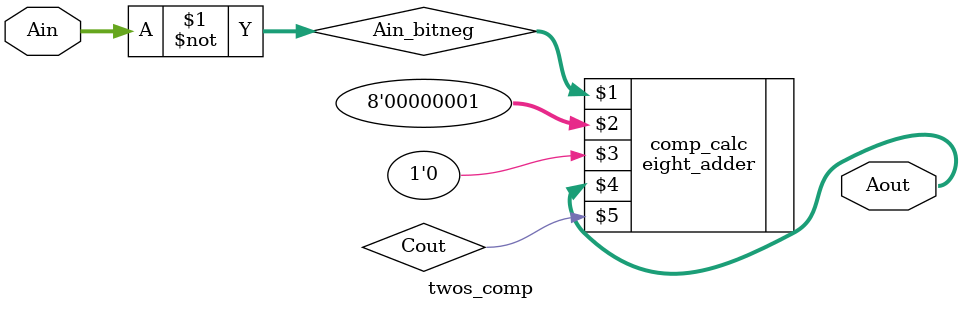
<source format=v>
`include "../eight_adder/eight_adder.v"

module twos_comp(
		input[7:0] Ain,
		output[7:0] Aout
	);

	wire Cout; // just a placeholder
	wire[7:0] Ain_bitneg = ~Ain; // just 8 NOT gates
	eight_adder comp_calc(Ain_bitneg, 8'b1, 1'b0, Aout, Cout);
endmodule

</source>
